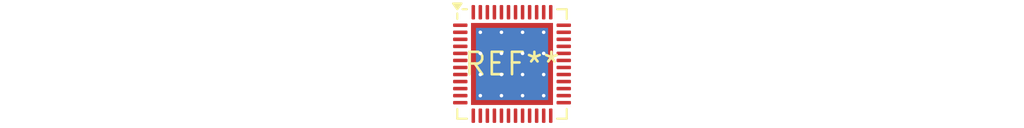
<source format=kicad_pcb>
(kicad_pcb (version 20240108) (generator pcbnew)
  (layers (0 "F.Cu" signal) (31 "B.Cu" signal) (34 "B.Paste" user) (35 "F.Paste" user) (36 "B.SilkS" user "B.Silkscreen") (37 "F.SilkS" user "F.Silkscreen") (38 "B.Mask" user) (39 "F.Mask" user) (44 "Edge.Cuts" user))
  (net 0 "")
  (footprint "QFN-48-1EP_6x6mm_P0.4mm_EP4.66x4.66mm_ThermalVias" (layer "F.Cu") (at 0 0)
    (property "Reference" "REF**")
    (property "Value" "QFN-48-1EP_6x6mm_P0.4mm_EP4.66x4.66mm_ThermalVias")
    (fp_line (start -3.11 -2.56) (end -3.11 -2.87) (layer "F.SilkS") (stroke (width 0.12)))
    (fp_line (start -3.11 3.11) (end -3.11 2.56) (layer "F.SilkS") (stroke (width 0.12)))
    (fp_line (start -2.56 -3.11) (end -2.81 -3.11) (layer "F.SilkS") (stroke (width 0.12)))
    (fp_line (start -2.56 3.11) (end -3.11 3.11) (layer "F.SilkS") (stroke (width 0.12)))
    (fp_line (start 2.56 -3.11) (end 3.11 -3.11) (layer "F.SilkS") (stroke (width 0.12)))
    (fp_line (start 2.56 3.11) (end 3.11 3.11) (layer "F.SilkS") (stroke (width 0.12)))
    (fp_line (start 3.11 -3.11) (end 3.11 -2.56) (layer "F.SilkS") (stroke (width 0.12)))
    (fp_line (start 3.11 3.11) (end 3.11 2.56) (layer "F.SilkS") (stroke (width 0.12)))
    (fp_poly (pts (xy -3.11 -3.11) (xy -3.35 -3.44) (xy -2.87 -3.44) (xy -3.11 -3.11)) (layer "F.SilkS") (stroke (width 0.12)) (fill solid))
    (pad "1" smd roundrect (at -2.94 -2.2) (size 0.82 0.2) (layers "F.Cu" "F.Paste" "F.Mask"))
    (pad "2" smd roundrect (at -2.94 -1.8) (size 0.82 0.2) (layers "F.Cu" "F.Paste" "F.Mask"))
    (pad "3" smd roundrect (at -2.94 -1.4) (size 0.82 0.2) (layers "F.Cu" "F.Paste" "F.Mask"))
    (pad "4" smd roundrect (at -2.94 -1) (size 0.82 0.2) (layers "F.Cu" "F.Paste" "F.Mask"))
    (pad "5" smd roundrect (at -2.94 -0.6) (size 0.82 0.2) (layers "F.Cu" "F.Paste" "F.Mask"))
    (pad "6" smd roundrect (at -2.94 -0.2) (size 0.82 0.2) (layers "F.Cu" "F.Paste" "F.Mask"))
    (pad "7" smd roundrect (at -2.94 0.2) (size 0.82 0.2) (layers "F.Cu" "F.Paste" "F.Mask"))
    (pad "8" smd roundrect (at -2.94 0.6) (size 0.82 0.2) (layers "F.Cu" "F.Paste" "F.Mask"))
    (pad "9" smd roundrect (at -2.94 1) (size 0.82 0.2) (layers "F.Cu" "F.Paste" "F.Mask"))
    (pad "10" smd roundrect (at -2.94 1.4) (size 0.82 0.2) (layers "F.Cu" "F.Paste" "F.Mask"))
    (pad "11" smd roundrect (at -2.94 1.8) (size 0.82 0.2) (layers "F.Cu" "F.Paste" "F.Mask"))
    (pad "12" smd roundrect (at -2.94 2.2) (size 0.82 0.2) (layers "F.Cu" "F.Paste" "F.Mask"))
    (pad "13" smd roundrect (at -2.2 2.94) (size 0.2 0.82) (layers "F.Cu" "F.Paste" "F.Mask"))
    (pad "14" smd roundrect (at -1.8 2.94) (size 0.2 0.82) (layers "F.Cu" "F.Paste" "F.Mask"))
    (pad "15" smd roundrect (at -1.4 2.94) (size 0.2 0.82) (layers "F.Cu" "F.Paste" "F.Mask"))
    (pad "16" smd roundrect (at -1 2.94) (size 0.2 0.82) (layers "F.Cu" "F.Paste" "F.Mask"))
    (pad "17" smd roundrect (at -0.6 2.94) (size 0.2 0.82) (layers "F.Cu" "F.Paste" "F.Mask"))
    (pad "18" smd roundrect (at -0.2 2.94) (size 0.2 0.82) (layers "F.Cu" "F.Paste" "F.Mask"))
    (pad "19" smd roundrect (at 0.2 2.94) (size 0.2 0.82) (layers "F.Cu" "F.Paste" "F.Mask"))
    (pad "20" smd roundrect (at 0.6 2.94) (size 0.2 0.82) (layers "F.Cu" "F.Paste" "F.Mask"))
    (pad "21" smd roundrect (at 1 2.94) (size 0.2 0.82) (layers "F.Cu" "F.Paste" "F.Mask"))
    (pad "22" smd roundrect (at 1.4 2.94) (size 0.2 0.82) (layers "F.Cu" "F.Paste" "F.Mask"))
    (pad "23" smd roundrect (at 1.8 2.94) (size 0.2 0.82) (layers "F.Cu" "F.Paste" "F.Mask"))
    (pad "24" smd roundrect (at 2.2 2.94) (size 0.2 0.82) (layers "F.Cu" "F.Paste" "F.Mask"))
    (pad "25" smd roundrect (at 2.94 2.2) (size 0.82 0.2) (layers "F.Cu" "F.Paste" "F.Mask"))
    (pad "26" smd roundrect (at 2.94 1.8) (size 0.82 0.2) (layers "F.Cu" "F.Paste" "F.Mask"))
    (pad "27" smd roundrect (at 2.94 1.4) (size 0.82 0.2) (layers "F.Cu" "F.Paste" "F.Mask"))
    (pad "28" smd roundrect (at 2.94 1) (size 0.82 0.2) (layers "F.Cu" "F.Paste" "F.Mask"))
    (pad "29" smd roundrect (at 2.94 0.6) (size 0.82 0.2) (layers "F.Cu" "F.Paste" "F.Mask"))
    (pad "30" smd roundrect (at 2.94 0.2) (size 0.82 0.2) (layers "F.Cu" "F.Paste" "F.Mask"))
    (pad "31" smd roundrect (at 2.94 -0.2) (size 0.82 0.2) (layers "F.Cu" "F.Paste" "F.Mask"))
    (pad "32" smd roundrect (at 2.94 -0.6) (size 0.82 0.2) (layers "F.Cu" "F.Paste" "F.Mask"))
    (pad "33" smd roundrect (at 2.94 -1) (size 0.82 0.2) (layers "F.Cu" "F.Paste" "F.Mask"))
    (pad "34" smd roundrect (at 2.94 -1.4) (size 0.82 0.2) (layers "F.Cu" "F.Paste" "F.Mask"))
    (pad "35" smd roundrect (at 2.94 -1.8) (size 0.82 0.2) (layers "F.Cu" "F.Paste" "F.Mask"))
    (pad "36" smd roundrect (at 2.94 -2.2) (size 0.82 0.2) (layers "F.Cu" "F.Paste" "F.Mask"))
    (pad "37" smd roundrect (at 2.2 -2.94) (size 0.2 0.82) (layers "F.Cu" "F.Paste" "F.Mask"))
    (pad "38" smd roundrect (at 1.8 -2.94) (size 0.2 0.82) (layers "F.Cu" "F.Paste" "F.Mask"))
    (pad "39" smd roundrect (at 1.4 -2.94) (size 0.2 0.82) (layers "F.Cu" "F.Paste" "F.Mask"))
    (pad "40" smd roundrect (at 1 -2.94) (size 0.2 0.82) (layers "F.Cu" "F.Paste" "F.Mask"))
    (pad "41" smd roundrect (at 0.6 -2.94) (size 0.2 0.82) (layers "F.Cu" "F.Paste" "F.Mask"))
    (pad "42" smd roundrect (at 0.2 -2.94) (size 0.2 0.82) (layers "F.Cu" "F.Paste" "F.Mask"))
    (pad "43" smd roundrect (at -0.2 -2.94) (size 0.2 0.82) (layers "F.Cu" "F.Paste" "F.Mask"))
    (pad "44" smd roundrect (at -0.6 -2.94) (size 0.2 0.82) (layers "F.Cu" "F.Paste" "F.Mask"))
    (pad "45" smd roundrect (at -1 -2.94) (size 0.2 0.82) (layers "F.Cu" "F.Paste" "F.Mask"))
    (pad "46" smd roundrect (at -1.4 -2.94) (size 0.2 0.82) (layers "F.Cu" "F.Paste" "F.Mask"))
    (pad "47" smd roundrect (at -1.8 -2.94) (size 0.2 0.82) (layers "F.Cu" "F.Paste" "F.Mask"))
    (pad "48" smd roundrect (at -2.2 -2.94) (size 0.2 0.82) (layers "F.Cu" "F.Paste" "F.Mask"))
    (pad "49" thru_hole circle (at -1.8 -1.8) (size 0.5 0.5) (drill 0.2) (property pad_prop_heatsink) (layers *.Cu) (remove_unused_layers))
    (pad "49" thru_hole circle (at -1.8 -0.6) (size 0.5 0.5) (drill 0.2) (property pad_prop_heatsink) (layers *.Cu) (remove_unused_layers))
    (pad "49" thru_hole circle (at -1.8 0.6) (size 0.5 0.5) (drill 0.2) (property pad_prop_heatsink) (layers *.Cu) (remove_unused_layers))
    (pad "49" thru_hole circle (at -1.8 1.8) (size 0.5 0.5) (drill 0.2) (property pad_prop_heatsink) (layers *.Cu) (remove_unused_layers))
    (pad "49" thru_hole circle (at -0.6 -1.8) (size 0.5 0.5) (drill 0.2) (property pad_prop_heatsink) (layers *.Cu) (remove_unused_layers))
    (pad "49" thru_hole circle (at -0.6 -0.6) (size 0.5 0.5) (drill 0.2) (property pad_prop_heatsink) (layers *.Cu) (remove_unused_layers))
    (pad "49" thru_hole circle (at -0.6 0.6) (size 0.5 0.5) (drill 0.2) (property pad_prop_heatsink) (layers *.Cu) (remove_unused_layers))
    (pad "49" thru_hole circle (at -0.6 1.8) (size 0.5 0.5) (drill 0.2) (property pad_prop_heatsink) (layers *.Cu) (remove_unused_layers))
    (pad "49" smd rect (at 0 0) (size 4.1 4.1) (property pad_prop_heatsink) (layers "B.Cu"))
    (pad "49" smd rect (at 0 0) (size 4.66 4.66) (property pad_prop_heatsink) (layers "F.Cu" "F.Mask"))
    (pad "49" thru_hole circle (at 0.6 -1.8) (size 0.5 0.5) (drill 0.2) (property pad_prop_heatsink) (layers *.Cu) (remove_unused_layers))
    (pad "49" thru_hole circle (at 0.6 -0.6) (size 0.5 0.5) (drill 0.2) (property pad_prop_heatsink) (layers *.Cu) (remove_unused_layers))
    (pad "49" thru_hole circle (at 0.6 0.6) (size 0.5 0.5) (drill 0.2) (property pad_prop_heatsink) (layers *.Cu) (remove_unused_layers))
    (pad "49" thru_hole circle (at 0.6 1.8) (size 0.5 0.5) (drill 0.2) (property pad_prop_heatsink) (layers *.Cu) (remove_unused_layers))
    (pad "49" thru_hole circle (at 1.8 -1.8) (size 0.5 0.5) (drill 0.2) (property pad_prop_heatsink) (layers *.Cu) (remove_unused_layers))
    (pad "49" thru_hole circle (at 1.8 -0.6) (size 0.5 0.5) (drill 0.2) (property pad_prop_heatsink) (layers *.Cu) (remove_unused_layers))
    (pad "49" thru_hole circle (at 1.8 0.6) (size 0.5 0.5) (drill 0.2) (property pad_prop_heatsink) (layers *.Cu) (remove_unused_layers))
    (pad "49" thru_hole circle (at 1.8 1.8) (size 0.5 0.5) (drill 0.2) (property pad_prop_heatsink) (layers *.Cu) (remove_unused_layers))
  )
)
</source>
